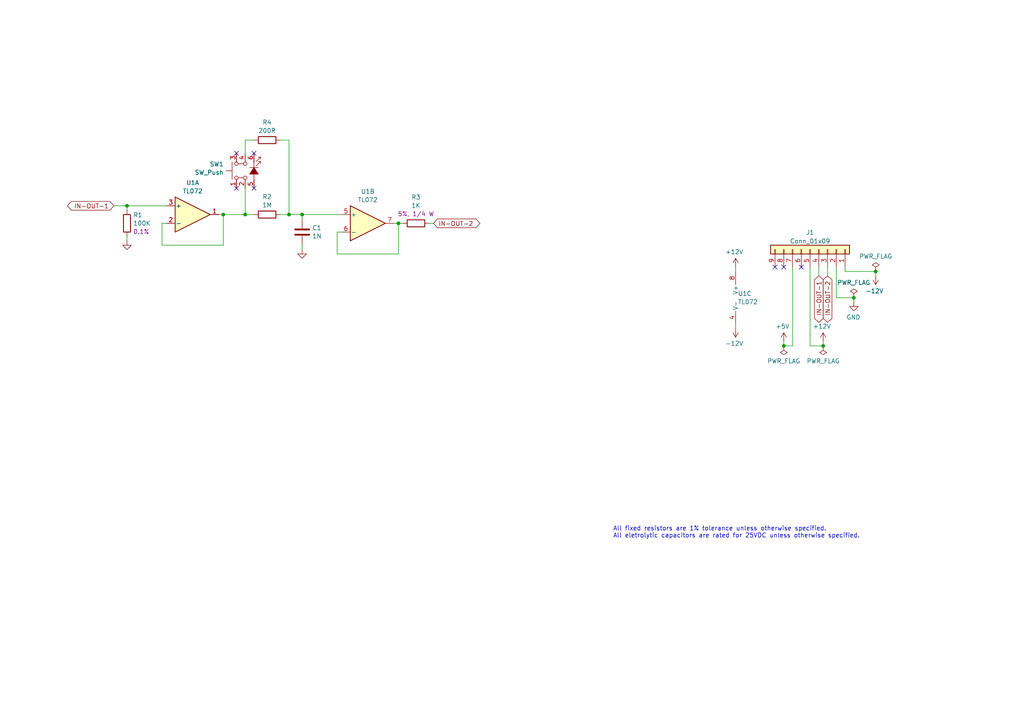
<source format=kicad_sch>
(kicad_sch (version 20230121) (generator eeschema)

  (uuid a1a9a0d8-c6de-418f-9a57-bf7f74b6d401)

  (paper "A4")

  (title_block
    (title "Vactrol Switch Prototype")
    (date "2021-10-06")
    (rev "1.0")
    (company "Len Popp")
    (comment 1 "Copyright © 2023 Len Popp CC BY")
    (comment 2 "Circuit design for my custom Eurorack breadboard prototyping module")
  )

  (lib_symbols
    (symbol "-lmp-opamp:TL072" (pin_names (offset 0.127)) (in_bom yes) (on_board yes)
      (property "Reference" "U" (at 0 5.08 0)
        (effects (font (size 1.27 1.27)) (justify left))
      )
      (property "Value" "TL072" (at 0 -5.08 0)
        (effects (font (size 1.27 1.27)) (justify left))
      )
      (property "Footprint" "Package_DIP:DIP-8_W7.62mm" (at 0 0 0)
        (effects (font (size 1.27 1.27)) hide)
      )
      (property "Datasheet" "https://www.ti.com/lit/ds/symlink/tl072b.pdf?ts=1628812694194" (at 0 0 0)
        (effects (font (size 1.27 1.27)) hide)
      )
      (property "Manufacturer" "Texas Instruments" (at 0 0 0)
        (effects (font (size 1.27 1.27)) hide)
      )
      (property "ManufacturerPartNum" "TL072BCP" (at 0 0 0)
        (effects (font (size 1.27 1.27)) hide)
      )
      (property "Distributor" "Mouser" (at 0 0 0)
        (effects (font (size 1.27 1.27)) hide)
      )
      (property "DistributorPartNum" "595-TL072BCP" (at 0 0 0)
        (effects (font (size 1.27 1.27)) hide)
      )
      (property "DistributorPartLink" "https://www.mouser.ca/ProductDetail/Texas-Instruments/TL072BCP?qs=p6YqzpSxLIxmo8AyZLsP4g%3D%3D" (at 0 0 0)
        (effects (font (size 1.27 1.27)) hide)
      )
      (property "ki_locked" "" (at 0 0 0)
        (effects (font (size 1.27 1.27)))
      )
      (property "ki_keywords" "dual opamp" (at 0 0 0)
        (effects (font (size 1.27 1.27)) hide)
      )
      (property "ki_description" "Dual Low-Noise JFET-Input Operational Amplifiers, DIP-8/SOIC-8" (at 0 0 0)
        (effects (font (size 1.27 1.27)) hide)
      )
      (property "ki_fp_filters" "SOIC*3.9x4.9mm*P1.27mm* DIP*W7.62mm* TO*99* OnSemi*Micro8* TSSOP*3x3mm*P0.65mm* TSSOP*4.4x3mm*P0.65mm* MSOP*3x3mm*P0.65mm* SSOP*3.9x4.9mm*P0.635mm* LFCSP*2x2mm*P0.5mm* *SIP* SOIC*5.3x6.2mm*P1.27mm*" (at 0 0 0)
        (effects (font (size 1.27 1.27)) hide)
      )
      (symbol "TL072_1_1"
        (polyline
          (pts
            (xy -5.08 5.08)
            (xy 5.08 0)
            (xy -5.08 -5.08)
            (xy -5.08 5.08)
          )
          (stroke (width 0.254) (type default))
          (fill (type background))
        )
        (pin output line (at 7.62 0 180) (length 2.54)
          (name "~" (effects (font (size 1.27 1.27))))
          (number "1" (effects (font (size 1.27 1.27))))
        )
        (pin input line (at -7.62 -2.54 0) (length 2.54)
          (name "-" (effects (font (size 1.27 1.27))))
          (number "2" (effects (font (size 1.27 1.27))))
        )
        (pin input line (at -7.62 2.54 0) (length 2.54)
          (name "+" (effects (font (size 1.27 1.27))))
          (number "3" (effects (font (size 1.27 1.27))))
        )
      )
      (symbol "TL072_2_1"
        (polyline
          (pts
            (xy -5.08 5.08)
            (xy 5.08 0)
            (xy -5.08 -5.08)
            (xy -5.08 5.08)
          )
          (stroke (width 0.254) (type default))
          (fill (type background))
        )
        (pin input line (at -7.62 2.54 0) (length 2.54)
          (name "+" (effects (font (size 1.27 1.27))))
          (number "5" (effects (font (size 1.27 1.27))))
        )
        (pin input line (at -7.62 -2.54 0) (length 2.54)
          (name "-" (effects (font (size 1.27 1.27))))
          (number "6" (effects (font (size 1.27 1.27))))
        )
        (pin output line (at 7.62 0 180) (length 2.54)
          (name "~" (effects (font (size 1.27 1.27))))
          (number "7" (effects (font (size 1.27 1.27))))
        )
      )
      (symbol "TL072_3_1"
        (pin power_in line (at -2.54 -7.62 90) (length 3.81)
          (name "V-" (effects (font (size 1.27 1.27))))
          (number "4" (effects (font (size 1.27 1.27))))
        )
        (pin power_in line (at -2.54 7.62 270) (length 3.81)
          (name "V+" (effects (font (size 1.27 1.27))))
          (number "8" (effects (font (size 1.27 1.27))))
        )
      )
    )
    (symbol "-lmp-power:+12V" (power) (pin_names (offset 0)) (in_bom yes) (on_board yes)
      (property "Reference" "#PWR" (at 0 -3.81 0)
        (effects (font (size 1.27 1.27)) hide)
      )
      (property "Value" "+12V" (at 0 3.556 0)
        (effects (font (size 1.27 1.27)))
      )
      (property "Footprint" "" (at 0 0 0)
        (effects (font (size 1.27 1.27)) hide)
      )
      (property "Datasheet" "" (at 0 0 0)
        (effects (font (size 1.27 1.27)) hide)
      )
      (property "ki_keywords" "power-flag" (at 0 0 0)
        (effects (font (size 1.27 1.27)) hide)
      )
      (property "ki_description" "Power symbol creates a global label with name \"+12V\"" (at 0 0 0)
        (effects (font (size 1.27 1.27)) hide)
      )
      (symbol "+12V_0_1"
        (polyline
          (pts
            (xy -0.762 1.27)
            (xy 0 2.54)
          )
          (stroke (width 0) (type default))
          (fill (type none))
        )
        (polyline
          (pts
            (xy 0 0)
            (xy 0 2.54)
          )
          (stroke (width 0) (type default))
          (fill (type none))
        )
        (polyline
          (pts
            (xy 0 2.54)
            (xy 0.762 1.27)
          )
          (stroke (width 0) (type default))
          (fill (type none))
        )
      )
      (symbol "+12V_1_1"
        (pin power_in line (at 0 0 90) (length 0) hide
          (name "+12V" (effects (font (size 1.27 1.27))))
          (number "1" (effects (font (size 1.27 1.27))))
        )
      )
    )
    (symbol "-lmp-power:+5V" (power) (pin_names (offset 0)) (in_bom yes) (on_board yes)
      (property "Reference" "#PWR" (at 0 -3.81 0)
        (effects (font (size 1.27 1.27)) hide)
      )
      (property "Value" "+5V" (at 0 3.556 0)
        (effects (font (size 1.27 1.27)))
      )
      (property "Footprint" "" (at 0 0 0)
        (effects (font (size 1.27 1.27)) hide)
      )
      (property "Datasheet" "" (at 0 0 0)
        (effects (font (size 1.27 1.27)) hide)
      )
      (property "ki_keywords" "power-flag" (at 0 0 0)
        (effects (font (size 1.27 1.27)) hide)
      )
      (property "ki_description" "Power symbol creates a global label with name \"+5V\"" (at 0 0 0)
        (effects (font (size 1.27 1.27)) hide)
      )
      (symbol "+5V_0_1"
        (polyline
          (pts
            (xy -0.762 1.27)
            (xy 0 2.54)
          )
          (stroke (width 0) (type default))
          (fill (type none))
        )
        (polyline
          (pts
            (xy 0 0)
            (xy 0 2.54)
          )
          (stroke (width 0) (type default))
          (fill (type none))
        )
        (polyline
          (pts
            (xy 0 2.54)
            (xy 0.762 1.27)
          )
          (stroke (width 0) (type default))
          (fill (type none))
        )
      )
      (symbol "+5V_1_1"
        (pin power_in line (at 0 0 90) (length 0) hide
          (name "+5V" (effects (font (size 1.27 1.27))))
          (number "1" (effects (font (size 1.27 1.27))))
        )
      )
    )
    (symbol "-lmp-power:-12V" (power) (pin_names (offset 0)) (in_bom yes) (on_board yes)
      (property "Reference" "#PWR" (at 0 3.81 0)
        (effects (font (size 1.27 1.27)) hide)
      )
      (property "Value" "-12V" (at 0 -3.556 0)
        (effects (font (size 1.27 1.27)))
      )
      (property "Footprint" "" (at 0 0 0)
        (effects (font (size 1.27 1.27)) hide)
      )
      (property "Datasheet" "" (at 0 0 0)
        (effects (font (size 1.27 1.27)) hide)
      )
      (property "ki_keywords" "power-flag" (at 0 0 0)
        (effects (font (size 1.27 1.27)) hide)
      )
      (property "ki_description" "Power symbol creates a global label with name \"-12V\"" (at 0 0 0)
        (effects (font (size 1.27 1.27)) hide)
      )
      (symbol "-12V_0_1"
        (polyline
          (pts
            (xy -0.762 -1.27)
            (xy 0 -2.54)
          )
          (stroke (width 0) (type default))
          (fill (type none))
        )
        (polyline
          (pts
            (xy 0 -2.54)
            (xy 0.762 -1.27)
          )
          (stroke (width 0) (type default))
          (fill (type none))
        )
        (polyline
          (pts
            (xy 0 0)
            (xy 0 -2.54)
          )
          (stroke (width 0) (type default))
          (fill (type none))
        )
      )
      (symbol "-12V_1_1"
        (pin power_in line (at 0 0 270) (length 0) hide
          (name "-12V" (effects (font (size 1.27 1.27))))
          (number "1" (effects (font (size 1.27 1.27))))
        )
      )
    )
    (symbol "-lmp-power:GND" (power) (pin_names (offset 0)) (in_bom yes) (on_board yes)
      (property "Reference" "#PWR" (at 0 -6.35 0)
        (effects (font (size 1.27 1.27)) hide)
      )
      (property "Value" "GND" (at 0 -3.81 0)
        (effects (font (size 1.27 1.27)))
      )
      (property "Footprint" "" (at 0 0 0)
        (effects (font (size 1.27 1.27)) hide)
      )
      (property "Datasheet" "" (at 0 0 0)
        (effects (font (size 1.27 1.27)) hide)
      )
      (property "ki_keywords" "power-flag" (at 0 0 0)
        (effects (font (size 1.27 1.27)) hide)
      )
      (property "ki_description" "Power symbol creates a global label with name \"GND\" , ground" (at 0 0 0)
        (effects (font (size 1.27 1.27)) hide)
      )
      (symbol "GND_0_1"
        (polyline
          (pts
            (xy 0 0)
            (xy 0 -1.27)
            (xy 1.27 -1.27)
            (xy 0 -2.54)
            (xy -1.27 -1.27)
            (xy 0 -1.27)
          )
          (stroke (width 0) (type default))
          (fill (type none))
        )
      )
      (symbol "GND_1_1"
        (pin power_in line (at 0 0 270) (length 0) hide
          (name "GND" (effects (font (size 1.27 1.27))))
          (number "1" (effects (font (size 1.27 1.27))))
        )
      )
    )
    (symbol "-lmp-power:PWR_FLAG" (power) (pin_numbers hide) (pin_names (offset 0) hide) (in_bom yes) (on_board yes)
      (property "Reference" "#FLG" (at 0 1.905 0)
        (effects (font (size 1.27 1.27)) hide)
      )
      (property "Value" "PWR_FLAG" (at 0 3.81 0)
        (effects (font (size 1.27 1.27)))
      )
      (property "Footprint" "" (at 0 0 0)
        (effects (font (size 1.27 1.27)) hide)
      )
      (property "Datasheet" "~" (at 0 0 0)
        (effects (font (size 1.27 1.27)) hide)
      )
      (property "ki_keywords" "power-flag" (at 0 0 0)
        (effects (font (size 1.27 1.27)) hide)
      )
      (property "ki_description" "Special symbol for telling ERC where power comes from" (at 0 0 0)
        (effects (font (size 1.27 1.27)) hide)
      )
      (symbol "PWR_FLAG_0_0"
        (pin power_out line (at 0 0 90) (length 0)
          (name "pwr" (effects (font (size 1.27 1.27))))
          (number "1" (effects (font (size 1.27 1.27))))
        )
      )
      (symbol "PWR_FLAG_0_1"
        (polyline
          (pts
            (xy 0 0)
            (xy 0 1.27)
            (xy -1.016 1.905)
            (xy 0 2.54)
            (xy 1.016 1.905)
            (xy 0 1.27)
          )
          (stroke (width 0) (type default))
          (fill (type none))
        )
      )
    )
    (symbol "-lmp-synth:R_100K_Input" (pin_numbers hide) (pin_names (offset 0)) (in_bom yes) (on_board yes)
      (property "Reference" "R" (at -2.286 0 90)
        (effects (font (size 1.27 1.27)))
      )
      (property "Value" "R_100K_Input" (at 2.413 0 90)
        (effects (font (size 1.27 1.27)))
      )
      (property "Footprint" "-lmp-misc:R_Axial_DIN0207_L6.3mm_D2.5mm_P7.62mm_Horizontal" (at -1.778 0 90)
        (effects (font (size 1.27 1.27)) hide)
      )
      (property "Datasheet" "https://www.mouser.ca/datasheet/2/427/cmfmil-1762972.pdf" (at 0 0 0)
        (effects (font (size 1.27 1.27)) hide)
      )
      (property "Value2" "0.1%" (at 4.445 0 90)
        (effects (font (size 1.27 1.27)))
      )
      (property "Note" "Input mixing" (at -1.905 -1.905 90)
        (effects (font (size 1.27 1.27)) hide)
      )
      (property "Distributor" "Mouser" (at -1.905 0 90)
        (effects (font (size 1.27 1.27)) hide)
      )
      (property "Manufacturer" "Vishay / Dale" (at 0 0 0)
        (effects (font (size 1.27 1.27)) hide)
      )
      (property "ManufacturerPartNum" "RN55C1003BRE6" (at 0 0 0)
        (effects (font (size 1.27 1.27)) hide)
      )
      (property "DistributorPartNum" "71-RN55C-B-100K/R" (at 0 0 0)
        (effects (font (size 1.27 1.27)) hide)
      )
      (property "DistributorPartLink" "https://www.mouser.ca/ProductDetail/Vishay-Dale/RN55C1003BRE6?qs=sGAEpiMZZMsPqMdJzcrNws7FjRh4yjnCEY%2FA9CHAEes%3D" (at 0 0 0)
        (effects (font (size 1.27 1.27)) hide)
      )
      (property "ki_keywords" "R res resistor" (at 0 0 0)
        (effects (font (size 1.27 1.27)) hide)
      )
      (property "ki_description" "Resistor" (at 0 0 0)
        (effects (font (size 1.27 1.27)) hide)
      )
      (property "ki_fp_filters" "R_*" (at 0 0 0)
        (effects (font (size 1.27 1.27)) hide)
      )
      (symbol "R_100K_Input_0_1"
        (rectangle (start -1.016 -2.54) (end 1.016 2.54)
          (stroke (width 0.254) (type default))
          (fill (type none))
        )
      )
      (symbol "R_100K_Input_1_1"
        (pin passive line (at 0 3.81 270) (length 1.27)
          (name "~" (effects (font (size 1.27 1.27))))
          (number "1" (effects (font (size 1.27 1.27))))
        )
        (pin passive line (at 0 -3.81 90) (length 1.27)
          (name "~" (effects (font (size 1.27 1.27))))
          (number "2" (effects (font (size 1.27 1.27))))
        )
      )
    )
    (symbol "-lmp-synth:R_1K_Output" (pin_numbers hide) (pin_names (offset 0)) (in_bom yes) (on_board yes)
      (property "Reference" "R" (at -2.286 0 90)
        (effects (font (size 1.27 1.27)))
      )
      (property "Value" "R_1K_Output" (at 2.413 0 90)
        (effects (font (size 1.27 1.27)))
      )
      (property "Footprint" "-lmp-misc:R_Axial_DIN0207_L6.3mm_D2.5mm_P10.16mm_Horizontal" (at -1.778 0 90)
        (effects (font (size 1.27 1.27)) hide)
      )
      (property "Datasheet" "https://www.mouser.ca/datasheet/2/427/ccf07-1762725.pdf" (at 0 0 0)
        (effects (font (size 1.27 1.27)) hide)
      )
      (property "Value2" "5%, 1/4 W" (at 4.445 0 90)
        (effects (font (size 1.27 1.27)))
      )
      (property "Note" "Output limiting" (at -1.905 -1.905 90)
        (effects (font (size 1.27 1.27)) hide)
      )
      (property "Manufacturer" "Vishay / Dale" (at 0 0 0)
        (effects (font (size 1.27 1.27)) hide)
      )
      (property "ManufacturerPartNum" "CCF071K00JKE36" (at 0 0 0)
        (effects (font (size 1.27 1.27)) hide)
      )
      (property "Distributor" "Mouser" (at -1.905 0 90)
        (effects (font (size 1.27 1.27)) hide)
      )
      (property "DistributorPartNum" "71-CCF071K00JKE36" (at 0 0 0)
        (effects (font (size 1.27 1.27)) hide)
      )
      (property "DistributorPartLink" "https://www.mouser.ca/ProductDetail/Vishay-Dale/CCF071K00JKE36?qs=sGAEpiMZZMsPqMdJzcrNwqw41JD0NFylHV1MADcQnpo%3D" (at 0 0 0)
        (effects (font (size 1.27 1.27)) hide)
      )
      (property "ki_keywords" "R res resistor" (at 0 0 0)
        (effects (font (size 1.27 1.27)) hide)
      )
      (property "ki_description" "Resistor" (at 0 0 0)
        (effects (font (size 1.27 1.27)) hide)
      )
      (property "ki_fp_filters" "R_*" (at 0 0 0)
        (effects (font (size 1.27 1.27)) hide)
      )
      (symbol "R_1K_Output_0_1"
        (rectangle (start -1.016 -2.54) (end 1.016 2.54)
          (stroke (width 0.254) (type default))
          (fill (type none))
        )
      )
      (symbol "R_1K_Output_1_1"
        (pin passive line (at 0 3.81 270) (length 1.27)
          (name "~" (effects (font (size 1.27 1.27))))
          (number "1" (effects (font (size 1.27 1.27))))
        )
        (pin passive line (at 0 -3.81 90) (length 1.27)
          (name "~" (effects (font (size 1.27 1.27))))
          (number "2" (effects (font (size 1.27 1.27))))
        )
      )
    )
    (symbol "-lmp-synth:SW_Push_LED_C&K_D6R" (pin_names (offset 1.016) hide) (in_bom yes) (on_board yes)
      (property "Reference" "SW" (at 0.635 5.715 0)
        (effects (font (size 1.27 1.27)) (justify left))
      )
      (property "Value" "SW_Push_LED_C&K_D6R" (at -0.0508 -5.9182 0)
        (effects (font (size 1.27 1.27)))
      )
      (property "Footprint" "-lmp-synth:SW_Push_LED_C&K_D6R" (at 0 7.62 0)
        (effects (font (size 1.27 1.27)) hide)
      )
      (property "Datasheet" "https://www.mouser.ca/datasheet/2/60/d6-1382571.pdf" (at 0 7.62 0)
        (effects (font (size 1.27 1.27)) hide)
      )
      (property "Manufacturer" "C&K" (at 0 0 0)
        (effects (font (size 1.27 1.27)) hide)
      )
      (property "ManufacturerPartNum" "D6RLBUF1 LFS" (at 0 0 0)
        (effects (font (size 1.27 1.27)) hide)
      )
      (property "Distributor" "Mouser" (at 0 0 0)
        (effects (font (size 1.27 1.27)) hide)
      )
      (property "DistributorPartNum" "611-D6RLBUF1LFS" (at 0 0 0)
        (effects (font (size 1.27 1.27)) hide)
      )
      (property "DistributorPartLink" "https://www.mouser.co.uk/ProductDetail/CK/D6RLBUF1-LFS?qs=zW32dvEIR3uFcmnP%2FjXwsQ%3D%3D" (at 0 0 0)
        (effects (font (size 1.27 1.27)) hide)
      )
      (property "ki_keywords" "switch normally-open pushbutton push-button LED C&K D6R" (at 0 0 0)
        (effects (font (size 1.27 1.27)) hide)
      )
      (property "ki_description" "Push button switch with single LED, C&K D6R series" (at 0 0 0)
        (effects (font (size 1.27 1.27)) hide)
      )
      (symbol "SW_Push_LED_C&K_D6R_0_0"
        (polyline
          (pts
            (xy -2.54 -2.54)
            (xy 2.54 -2.54)
          )
          (stroke (width 0) (type default))
          (fill (type none))
        )
        (polyline
          (pts
            (xy 0.9398 -1.27)
            (xy 0.9398 -3.81)
          )
          (stroke (width 0) (type default))
          (fill (type none))
        )
        (polyline
          (pts
            (xy 2.6924 -4.445)
            (xy 1.4224 -3.175)
          )
          (stroke (width 0) (type default))
          (fill (type none))
        )
        (polyline
          (pts
            (xy 3.9624 -4.445)
            (xy 2.6924 -3.175)
          )
          (stroke (width 0) (type default))
          (fill (type none))
        )
        (polyline
          (pts
            (xy 2.6924 -3.81)
            (xy 2.6924 -4.445)
            (xy 2.0574 -4.445)
          )
          (stroke (width 0) (type default))
          (fill (type none))
        )
        (polyline
          (pts
            (xy 3.9624 -3.81)
            (xy 3.9624 -4.445)
            (xy 3.3274 -4.445)
          )
          (stroke (width 0) (type default))
          (fill (type none))
        )
        (polyline
          (pts
            (xy 0.9398 -2.54)
            (xy -0.9652 -1.27)
            (xy -0.9652 -3.81)
            (xy 0.9398 -2.54)
          )
          (stroke (width 0) (type default))
          (fill (type outline))
        )
      )
      (symbol "SW_Push_LED_C&K_D6R_0_1"
        (circle (center -2.032 2.54) (radius 0.508)
          (stroke (width 0) (type default))
          (fill (type none))
        )
        (polyline
          (pts
            (xy -2.032 2.032)
            (xy -2.032 0.508)
          )
          (stroke (width 0) (type default))
          (fill (type none))
        )
        (polyline
          (pts
            (xy 0 3.81)
            (xy 0 5.588)
          )
          (stroke (width 0) (type default))
          (fill (type none))
        )
        (polyline
          (pts
            (xy 2.032 2.032)
            (xy 2.032 0.508)
          )
          (stroke (width 0) (type default))
          (fill (type none))
        )
        (polyline
          (pts
            (xy 2.54 3.81)
            (xy -2.54 3.81)
          )
          (stroke (width 0) (type default))
          (fill (type none))
        )
        (circle (center 2.032 2.54) (radius 0.508)
          (stroke (width 0) (type default))
          (fill (type none))
        )
        (pin passive line (at -5.08 2.54 0) (length 2.54)
          (name "1" (effects (font (size 1.27 1.27))))
          (number "1" (effects (font (size 1.27 1.27))))
        )
        (pin passive line (at 5.08 2.54 180) (length 2.54)
          (name "3" (effects (font (size 1.27 1.27))))
          (number "3" (effects (font (size 1.27 1.27))))
        )
        (pin passive line (at -5.08 -2.54 0) (length 2.54)
          (name "A" (effects (font (size 1.27 1.27))))
          (number "5" (effects (font (size 1.27 1.27))))
        )
        (pin passive line (at 5.08 -2.54 180) (length 2.54)
          (name "K" (effects (font (size 1.27 1.27))))
          (number "6" (effects (font (size 1.27 1.27))))
        )
      )
      (symbol "SW_Push_LED_C&K_D6R_1_1"
        (circle (center -2.032 0) (radius 0.508)
          (stroke (width 0) (type default))
          (fill (type none))
        )
        (circle (center 2.032 0) (radius 0.508)
          (stroke (width 0) (type default))
          (fill (type none))
        )
        (pin passive line (at -5.08 0 0) (length 2.54)
          (name "2" (effects (font (size 1.27 1.27))))
          (number "2" (effects (font (size 1.27 1.27))))
        )
        (pin passive line (at 5.08 0 180) (length 2.54)
          (name "4" (effects (font (size 1.27 1.27))))
          (number "4" (effects (font (size 1.27 1.27))))
        )
      )
    )
    (symbol "-lmp:CF" (pin_numbers hide) (pin_names (offset 0.254)) (in_bom yes) (on_board yes)
      (property "Reference" "C" (at 0.635 2.54 0)
        (effects (font (size 1.27 1.27)) (justify left))
      )
      (property "Value" "CF" (at 0.635 -2.54 0)
        (effects (font (size 1.27 1.27)) (justify left))
      )
      (property "Footprint" "" (at 0.9652 -3.81 0)
        (effects (font (size 1.27 1.27)) hide)
      )
      (property "Datasheet" "~" (at 0 0 0)
        (effects (font (size 1.27 1.27)) hide)
      )
      (property "ki_keywords" "cap capacitor film" (at 0 0 0)
        (effects (font (size 1.27 1.27)) hide)
      )
      (property "ki_description" "Capacitor - Film" (at 0 0 0)
        (effects (font (size 1.27 1.27)) hide)
      )
      (property "ki_fp_filters" "C_*" (at 0 0 0)
        (effects (font (size 1.27 1.27)) hide)
      )
      (symbol "CF_0_1"
        (polyline
          (pts
            (xy -2.032 -0.762)
            (xy 2.032 -0.762)
          )
          (stroke (width 0.508) (type default))
          (fill (type none))
        )
        (polyline
          (pts
            (xy -2.032 0.762)
            (xy 2.032 0.762)
          )
          (stroke (width 0.508) (type default))
          (fill (type none))
        )
      )
      (symbol "CF_1_1"
        (pin passive line (at 0 3.81 270) (length 2.794)
          (name "~" (effects (font (size 1.27 1.27))))
          (number "1" (effects (font (size 1.27 1.27))))
        )
        (pin passive line (at 0 -3.81 90) (length 2.794)
          (name "~" (effects (font (size 1.27 1.27))))
          (number "2" (effects (font (size 1.27 1.27))))
        )
      )
    )
    (symbol "-lmp:R_1%_0W166" (pin_numbers hide) (pin_names (offset 0)) (in_bom yes) (on_board yes)
      (property "Reference" "R" (at -2.286 0 90)
        (effects (font (size 1.27 1.27)))
      )
      (property "Value" "R_1%_0W166" (at 2.413 0 90)
        (effects (font (size 1.27 1.27)))
      )
      (property "Footprint" "-lmp-misc:R_Axial_DIN0207_L6.3mm_D2.5mm_P7.62mm_Horizontal" (at -1.778 0 90)
        (effects (font (size 1.27 1.27)) hide)
      )
      (property "Datasheet" "https://www.mouser.ca/datasheet/2/447/Yageo_LR_MFR_1-1714151.pdf" (at 0 0 0)
        (effects (font (size 1.27 1.27)) hide)
      )
      (property "Manufacturer" "YAGEO" (at 0 0 0)
        (effects (font (size 1.27 1.27)) hide)
      )
      (property "ManufacturerPartNum" "MFR-12*" (at 0 0 0)
        (effects (font (size 1.27 1.27)) hide)
      )
      (property "Distributor" "Mouser" (at 0 0 0)
        (effects (font (size 1.27 1.27)) hide)
      )
      (property "DistributorPartNum" "603-MFR-12*" (at 0 0 0)
        (effects (font (size 1.27 1.27)) hide)
      )
      (property "DistributorPartLink" "https://www.mouser.ca/c/?m=YAGEO&power+rating=166+mW+(1%2f6+W)&tolerance=1+%25&instock=y" (at 0 0 0)
        (effects (font (size 1.27 1.27)) hide)
      )
      (property "Value2" "1%, 1/6 W" (at 4.953 0 90)
        (effects (font (size 1.27 1.27)) hide)
      )
      (property "ki_keywords" "R res resistor" (at 0 0 0)
        (effects (font (size 1.27 1.27)) hide)
      )
      (property "ki_description" "Resistor" (at 0 0 0)
        (effects (font (size 1.27 1.27)) hide)
      )
      (property "ki_fp_filters" "R_*" (at 0 0 0)
        (effects (font (size 1.27 1.27)) hide)
      )
      (symbol "R_1%_0W166_0_1"
        (rectangle (start -1.016 -2.54) (end 1.016 2.54)
          (stroke (width 0.254) (type default))
          (fill (type none))
        )
      )
      (symbol "R_1%_0W166_1_1"
        (pin passive line (at 0 3.81 270) (length 1.27)
          (name "~" (effects (font (size 1.27 1.27))))
          (number "1" (effects (font (size 1.27 1.27))))
        )
        (pin passive line (at 0 -3.81 90) (length 1.27)
          (name "~" (effects (font (size 1.27 1.27))))
          (number "2" (effects (font (size 1.27 1.27))))
        )
      )
    )
    (symbol "Connector_Generic:Conn_01x09" (pin_names (offset 1.016) hide) (in_bom yes) (on_board yes)
      (property "Reference" "J" (at 0 12.7 0)
        (effects (font (size 1.27 1.27)))
      )
      (property "Value" "Conn_01x09" (at 0 -12.7 0)
        (effects (font (size 1.27 1.27)))
      )
      (property "Footprint" "" (at 0 0 0)
        (effects (font (size 1.27 1.27)) hide)
      )
      (property "Datasheet" "~" (at 0 0 0)
        (effects (font (size 1.27 1.27)) hide)
      )
      (property "ki_keywords" "connector" (at 0 0 0)
        (effects (font (size 1.27 1.27)) hide)
      )
      (property "ki_description" "Generic connector, single row, 01x09, script generated (kicad-library-utils/schlib/autogen/connector/)" (at 0 0 0)
        (effects (font (size 1.27 1.27)) hide)
      )
      (property "ki_fp_filters" "Connector*:*_1x??_*" (at 0 0 0)
        (effects (font (size 1.27 1.27)) hide)
      )
      (symbol "Conn_01x09_1_1"
        (rectangle (start -1.27 -10.033) (end 0 -10.287)
          (stroke (width 0.1524) (type default))
          (fill (type none))
        )
        (rectangle (start -1.27 -7.493) (end 0 -7.747)
          (stroke (width 0.1524) (type default))
          (fill (type none))
        )
        (rectangle (start -1.27 -4.953) (end 0 -5.207)
          (stroke (width 0.1524) (type default))
          (fill (type none))
        )
        (rectangle (start -1.27 -2.413) (end 0 -2.667)
          (stroke (width 0.1524) (type default))
          (fill (type none))
        )
        (rectangle (start -1.27 0.127) (end 0 -0.127)
          (stroke (width 0.1524) (type default))
          (fill (type none))
        )
        (rectangle (start -1.27 2.667) (end 0 2.413)
          (stroke (width 0.1524) (type default))
          (fill (type none))
        )
        (rectangle (start -1.27 5.207) (end 0 4.953)
          (stroke (width 0.1524) (type default))
          (fill (type none))
        )
        (rectangle (start -1.27 7.747) (end 0 7.493)
          (stroke (width 0.1524) (type default))
          (fill (type none))
        )
        (rectangle (start -1.27 10.287) (end 0 10.033)
          (stroke (width 0.1524) (type default))
          (fill (type none))
        )
        (rectangle (start -1.27 11.43) (end 1.27 -11.43)
          (stroke (width 0.254) (type default))
          (fill (type background))
        )
        (pin passive line (at -5.08 10.16 0) (length 3.81)
          (name "Pin_1" (effects (font (size 1.27 1.27))))
          (number "1" (effects (font (size 1.27 1.27))))
        )
        (pin passive line (at -5.08 7.62 0) (length 3.81)
          (name "Pin_2" (effects (font (size 1.27 1.27))))
          (number "2" (effects (font (size 1.27 1.27))))
        )
        (pin passive line (at -5.08 5.08 0) (length 3.81)
          (name "Pin_3" (effects (font (size 1.27 1.27))))
          (number "3" (effects (font (size 1.27 1.27))))
        )
        (pin passive line (at -5.08 2.54 0) (length 3.81)
          (name "Pin_4" (effects (font (size 1.27 1.27))))
          (number "4" (effects (font (size 1.27 1.27))))
        )
        (pin passive line (at -5.08 0 0) (length 3.81)
          (name "Pin_5" (effects (font (size 1.27 1.27))))
          (number "5" (effects (font (size 1.27 1.27))))
        )
        (pin passive line (at -5.08 -2.54 0) (length 3.81)
          (name "Pin_6" (effects (font (size 1.27 1.27))))
          (number "6" (effects (font (size 1.27 1.27))))
        )
        (pin passive line (at -5.08 -5.08 0) (length 3.81)
          (name "Pin_7" (effects (font (size 1.27 1.27))))
          (number "7" (effects (font (size 1.27 1.27))))
        )
        (pin passive line (at -5.08 -7.62 0) (length 3.81)
          (name "Pin_8" (effects (font (size 1.27 1.27))))
          (number "8" (effects (font (size 1.27 1.27))))
        )
        (pin passive line (at -5.08 -10.16 0) (length 3.81)
          (name "Pin_9" (effects (font (size 1.27 1.27))))
          (number "9" (effects (font (size 1.27 1.27))))
        )
      )
    )
    (symbol "GND_1" (power) (pin_numbers hide) (pin_names (offset 0) hide) (in_bom yes) (on_board yes)
      (property "Reference" "#PWR" (at 0 -6.35 0)
        (effects (font (size 1.27 1.27)) hide)
      )
      (property "Value" "GND_1" (at 0 -3.81 0)
        (effects (font (size 1.27 1.27)) hide)
      )
      (property "Footprint" "" (at 0 0 0)
        (effects (font (size 1.27 1.27)) hide)
      )
      (property "Datasheet" "" (at 0 0 0)
        (effects (font (size 1.27 1.27)) hide)
      )
      (property "ki_keywords" "power-flag" (at 0 0 0)
        (effects (font (size 1.27 1.27)) hide)
      )
      (property "ki_description" "Power symbol creates a global label with name \"GND\" , ground" (at 0 0 0)
        (effects (font (size 1.27 1.27)) hide)
      )
      (symbol "GND_1_0_1"
        (polyline
          (pts
            (xy 0 0)
            (xy 0 -1.27)
            (xy 1.27 -1.27)
            (xy 0 -2.54)
            (xy -1.27 -1.27)
            (xy 0 -1.27)
          )
          (stroke (width 0) (type default))
          (fill (type none))
        )
      )
      (symbol "GND_1_1_1"
        (pin power_in line (at 0 0 270) (length 0) hide
          (name "GND" (effects (font (size 1.27 1.27))))
          (number "1" (effects (font (size 1.27 1.27))))
        )
      )
    )
    (symbol "GND_2" (power) (pin_numbers hide) (pin_names (offset 0) hide) (in_bom yes) (on_board yes)
      (property "Reference" "#PWR" (at 0 -6.35 0)
        (effects (font (size 1.27 1.27)) hide)
      )
      (property "Value" "GND_2" (at 0 -3.81 0)
        (effects (font (size 1.27 1.27)) hide)
      )
      (property "Footprint" "" (at 0 0 0)
        (effects (font (size 1.27 1.27)) hide)
      )
      (property "Datasheet" "" (at 0 0 0)
        (effects (font (size 1.27 1.27)) hide)
      )
      (property "ki_keywords" "power-flag" (at 0 0 0)
        (effects (font (size 1.27 1.27)) hide)
      )
      (property "ki_description" "Power symbol creates a global label with name \"GND\" , ground" (at 0 0 0)
        (effects (font (size 1.27 1.27)) hide)
      )
      (symbol "GND_2_0_1"
        (polyline
          (pts
            (xy 0 0)
            (xy 0 -1.27)
            (xy 1.27 -1.27)
            (xy 0 -2.54)
            (xy -1.27 -1.27)
            (xy 0 -1.27)
          )
          (stroke (width 0) (type default))
          (fill (type none))
        )
      )
      (symbol "GND_2_1_1"
        (pin power_in line (at 0 0 270) (length 0) hide
          (name "GND" (effects (font (size 1.27 1.27))))
          (number "1" (effects (font (size 1.27 1.27))))
        )
      )
    )
  )

  (junction (at 36.83 59.69) (diameter 0) (color 0 0 0 0)
    (uuid 0b661df6-0acc-45fc-858b-355849cf47a4)
  )
  (junction (at 71.12 62.23) (diameter 0) (color 0 0 0 0)
    (uuid 46776e20-0135-46d0-ab60-c1f79b6ee133)
  )
  (junction (at 247.65 86.36) (diameter 0) (color 0 0 0 0)
    (uuid 7ea85228-de9d-46bb-aa3c-34dfb8e54239)
  )
  (junction (at 238.76 100.33) (diameter 0) (color 0 0 0 0)
    (uuid 83c70ce6-e441-4b07-80a6-2f5fb8a6492d)
  )
  (junction (at 64.77 62.23) (diameter 0) (color 0 0 0 0)
    (uuid 99c2b243-5dc7-43c1-b1bc-68c3b7f15f71)
  )
  (junction (at 254 78.74) (diameter 0) (color 0 0 0 0)
    (uuid d1038279-4eb4-4065-836c-dbd8cfc6d4a4)
  )
  (junction (at 115.57 64.77) (diameter 0) (color 0 0 0 0)
    (uuid d62e56b6-b57f-4e3b-a2f7-ccef93fd53c8)
  )
  (junction (at 227.33 100.33) (diameter 0) (color 0 0 0 0)
    (uuid e06225e3-eb34-4222-b283-4c5fa1a14550)
  )
  (junction (at 83.82 62.23) (diameter 0) (color 0 0 0 0)
    (uuid e66dd392-45b8-4616-942a-2faf8daf0c76)
  )
  (junction (at 87.63 62.23) (diameter 0) (color 0 0 0 0)
    (uuid fb1da6dc-bb1d-42e9-979c-4eb2b6eaf085)
  )

  (no_connect (at 68.58 54.61) (uuid 114a45a6-8322-49d3-8206-2ce97e55daa8))
  (no_connect (at 227.33 77.47) (uuid 291469fa-d026-42c6-a73d-271d2641bc98))
  (no_connect (at 224.79 77.47) (uuid 3267d556-a9f2-472a-8a38-ba068ecb225f))
  (no_connect (at 73.66 44.45) (uuid 7ff2f378-f71f-4bde-9bf2-1720bb2edd8e))
  (no_connect (at 68.58 44.45) (uuid 846aa368-e77e-44e6-9191-970cae848b79))
  (no_connect (at 232.41 77.47) (uuid 90a74f5e-7380-4ff0-bb5e-d9d5841f174b))
  (no_connect (at 73.66 54.61) (uuid af4e2779-3ab2-4ec2-a37e-5a1686bf158b))

  (wire (pts (xy 237.49 77.47) (xy 237.49 80.01))
    (stroke (width 0) (type default))
    (uuid 15f06c58-f54a-4e99-8411-3b02ee2b6d87)
  )
  (wire (pts (xy 227.33 100.33) (xy 229.87 100.33))
    (stroke (width 0) (type default))
    (uuid 16a7e0a2-3e0c-4e8d-a95d-0aa2745b5fd4)
  )
  (wire (pts (xy 245.11 78.74) (xy 254 78.74))
    (stroke (width 0) (type default))
    (uuid 1b59498e-fed4-40a3-97df-2886f1711aad)
  )
  (wire (pts (xy 254 78.74) (xy 254 80.01))
    (stroke (width 0) (type default))
    (uuid 205abb1a-e53d-43ca-8aa5-51b63e522399)
  )
  (wire (pts (xy 33.02 59.69) (xy 36.83 59.69))
    (stroke (width 0) (type default))
    (uuid 232f3d91-bdb8-4981-a7f9-c772c6552f8b)
  )
  (wire (pts (xy 36.83 60.96) (xy 36.83 59.69))
    (stroke (width 0) (type default))
    (uuid 26a826a4-eb64-4474-a127-c87f83d01ec2)
  )
  (wire (pts (xy 64.77 71.12) (xy 46.99 71.12))
    (stroke (width 0) (type default))
    (uuid 2b93d668-78b6-4271-9057-4403391bfb43)
  )
  (wire (pts (xy 115.57 64.77) (xy 116.84 64.77))
    (stroke (width 0) (type default))
    (uuid 2faec352-0c02-443f-9f80-a15f8832d98f)
  )
  (wire (pts (xy 227.33 99.06) (xy 227.33 100.33))
    (stroke (width 0) (type default))
    (uuid 429879b2-b02e-428e-aa75-e3e41021046f)
  )
  (wire (pts (xy 71.12 62.23) (xy 73.66 62.23))
    (stroke (width 0) (type default))
    (uuid 430f885a-963e-4190-b0fc-9e9ab2a8c02d)
  )
  (wire (pts (xy 229.87 100.33) (xy 229.87 77.47))
    (stroke (width 0) (type default))
    (uuid 529203ba-fbff-4f97-b041-152e441619f5)
  )
  (wire (pts (xy 234.95 100.33) (xy 238.76 100.33))
    (stroke (width 0) (type default))
    (uuid 554b8be7-1943-45a4-a457-6b2d60ac1024)
  )
  (wire (pts (xy 87.63 62.23) (xy 87.63 63.5))
    (stroke (width 0) (type default))
    (uuid 57ad9b79-e827-43cd-82a1-ee48af563106)
  )
  (wire (pts (xy 240.03 80.01) (xy 240.03 77.47))
    (stroke (width 0) (type default))
    (uuid 57d975d4-6607-4de8-909d-121b06b236cd)
  )
  (wire (pts (xy 36.83 69.85) (xy 36.83 68.58))
    (stroke (width 0) (type default))
    (uuid 62e3eb64-b8b7-4a32-9ecc-6b0554654307)
  )
  (wire (pts (xy 83.82 62.23) (xy 87.63 62.23))
    (stroke (width 0) (type default))
    (uuid 682f0f3d-ba88-429e-a4cd-1c0ddba9650a)
  )
  (wire (pts (xy 245.11 78.74) (xy 245.11 77.47))
    (stroke (width 0) (type default))
    (uuid 6c027193-51a5-47ee-909d-a5cb24c49931)
  )
  (wire (pts (xy 87.63 62.23) (xy 99.06 62.23))
    (stroke (width 0) (type default))
    (uuid 76460753-000c-4de9-a915-9fb23736ad68)
  )
  (wire (pts (xy 247.65 86.36) (xy 242.57 86.36))
    (stroke (width 0) (type default))
    (uuid 78eaf86f-e933-4844-b00d-e0b3fe26d052)
  )
  (wire (pts (xy 99.06 67.31) (xy 97.79 67.31))
    (stroke (width 0) (type default))
    (uuid 7cecaa45-6e8d-43d9-be62-e00ef2b814ee)
  )
  (wire (pts (xy 124.46 64.77) (xy 125.73 64.77))
    (stroke (width 0) (type default))
    (uuid 7f2bbefb-6fa7-4f2e-a334-be6c7a5914a4)
  )
  (wire (pts (xy 71.12 54.61) (xy 71.12 62.23))
    (stroke (width 0) (type default))
    (uuid 8efcf743-d44e-4a19-b4d7-d04c9a0e3770)
  )
  (wire (pts (xy 73.66 40.64) (xy 71.12 40.64))
    (stroke (width 0) (type default))
    (uuid 979afbcf-cbb6-47bb-9d61-bec8dfe53be6)
  )
  (wire (pts (xy 46.99 64.77) (xy 48.26 64.77))
    (stroke (width 0) (type default))
    (uuid a1259f36-b0de-4a09-9b45-d00288cbd045)
  )
  (wire (pts (xy 213.36 77.47) (xy 213.36 78.74))
    (stroke (width 0) (type default))
    (uuid a3343cc9-f0ef-44fc-8802-25ce88e71c86)
  )
  (wire (pts (xy 97.79 67.31) (xy 97.79 73.66))
    (stroke (width 0) (type default))
    (uuid a93ac0a6-894d-4bcc-bbb6-93e88d5592b6)
  )
  (wire (pts (xy 238.76 99.06) (xy 238.76 100.33))
    (stroke (width 0) (type default))
    (uuid aa79643c-4152-4c50-aba6-7db5a76f9181)
  )
  (wire (pts (xy 71.12 40.64) (xy 71.12 44.45))
    (stroke (width 0) (type default))
    (uuid ad59a7d8-6fb0-446b-934f-135fd2fc6a33)
  )
  (wire (pts (xy 81.28 40.64) (xy 83.82 40.64))
    (stroke (width 0) (type default))
    (uuid b0181715-a2eb-4d42-8d2e-1fcdd03c88db)
  )
  (wire (pts (xy 81.28 62.23) (xy 83.82 62.23))
    (stroke (width 0) (type default))
    (uuid b95cd1e9-479f-471e-8ba4-e1997f943c90)
  )
  (wire (pts (xy 46.99 71.12) (xy 46.99 64.77))
    (stroke (width 0) (type default))
    (uuid c3b61b2e-8691-431d-b510-0c0a5a7cecab)
  )
  (wire (pts (xy 63.5 62.23) (xy 64.77 62.23))
    (stroke (width 0) (type default))
    (uuid d43259de-0a0e-4669-a672-194705293b19)
  )
  (wire (pts (xy 87.63 71.12) (xy 87.63 72.39))
    (stroke (width 0) (type default))
    (uuid d6f6b5ac-5303-4bf0-ae3a-dfead1dbd096)
  )
  (wire (pts (xy 213.36 93.98) (xy 213.36 95.25))
    (stroke (width 0) (type default))
    (uuid d8fe3f4d-de72-4c75-8cfe-3c857e346b8b)
  )
  (wire (pts (xy 64.77 62.23) (xy 71.12 62.23))
    (stroke (width 0) (type default))
    (uuid da6fa2d5-7c78-444f-90f5-2372f8b89589)
  )
  (wire (pts (xy 83.82 40.64) (xy 83.82 62.23))
    (stroke (width 0) (type default))
    (uuid db437ca8-3e9a-4bb1-9950-0e6c67df7b48)
  )
  (wire (pts (xy 115.57 64.77) (xy 114.3 64.77))
    (stroke (width 0) (type default))
    (uuid e203374f-ed56-4f8d-b7e9-91eea4f79c75)
  )
  (wire (pts (xy 97.79 73.66) (xy 115.57 73.66))
    (stroke (width 0) (type default))
    (uuid e234a0b3-2b0d-4415-882a-b8865797e49e)
  )
  (wire (pts (xy 115.57 73.66) (xy 115.57 64.77))
    (stroke (width 0) (type default))
    (uuid e5860d11-aa7e-4e95-904a-bb9eda7fe5d1)
  )
  (wire (pts (xy 247.65 87.63) (xy 247.65 86.36))
    (stroke (width 0) (type default))
    (uuid e8706f54-c7a3-4555-82cd-9229fecbdb14)
  )
  (wire (pts (xy 234.95 77.47) (xy 234.95 100.33))
    (stroke (width 0) (type default))
    (uuid eaabaedd-2c12-4bc6-baad-1eeb19b7d0ae)
  )
  (wire (pts (xy 64.77 62.23) (xy 64.77 71.12))
    (stroke (width 0) (type default))
    (uuid f4008fa2-d2e0-4a84-a9f8-21d1719f78a2)
  )
  (wire (pts (xy 36.83 59.69) (xy 48.26 59.69))
    (stroke (width 0) (type default))
    (uuid f4f89f8e-ea93-4ae8-989a-c074e6e8b064)
  )
  (wire (pts (xy 242.57 77.47) (xy 242.57 86.36))
    (stroke (width 0) (type default))
    (uuid faeb5b72-ca69-4936-8963-e27b1abea091)
  )

  (text "All fixed resistors are 1% tolerance unless otherwise specified.\nAll eletrolytic capacitors are rated for 25VDC unless otherwise specified."
    (at 177.8 156.21 0)
    (effects (font (size 1.27 1.27)) (justify left bottom))
    (uuid 97954bdd-6f0e-481b-b33b-a2801266daa9)
  )

  (global_label "IN-OUT-2" (shape bidirectional) (at 125.73 64.77 0) (fields_autoplaced)
    (effects (font (size 1.27 1.27)) (justify left))
    (uuid 451ef5b8-b2c3-4625-b3f9-05b0fa53dc32)
    (property "Intersheetrefs" "${INTERSHEET_REFS}" (at 138.9317 64.77 0)
      (effects (font (size 1.27 1.27)) (justify left) hide)
    )
  )
  (global_label "IN-OUT-1" (shape bidirectional) (at 33.02 59.69 180) (fields_autoplaced)
    (effects (font (size 1.27 1.27)) (justify right))
    (uuid 9dcf0336-5cc2-43f4-8317-b4234437ddbb)
    (property "Intersheetrefs" "${INTERSHEET_REFS}" (at 19.8183 59.69 0)
      (effects (font (size 1.27 1.27)) (justify right) hide)
    )
  )
  (global_label "IN-OUT-1" (shape bidirectional) (at 237.49 80.01 270) (fields_autoplaced)
    (effects (font (size 1.27 1.27)) (justify right))
    (uuid bd8354e6-6367-4dcd-aa20-50a90c915d71)
    (property "Intersheetrefs" "${INTERSHEET_REFS}" (at 142.24 -46.99 0)
      (effects (font (size 1.27 1.27)) (justify left) hide)
    )
  )
  (global_label "IN-OUT-2" (shape bidirectional) (at 240.03 80.01 270) (fields_autoplaced)
    (effects (font (size 1.27 1.27)) (justify right))
    (uuid ef9ab9de-65de-453b-92d1-8911d65e0733)
    (property "Intersheetrefs" "${INTERSHEET_REFS}" (at 142.24 -46.99 0)
      (effects (font (size 1.27 1.27)) (justify left) hide)
    )
  )

  (symbol (lib_id "-lmp-power:GND") (at 247.65 87.63 0) (mirror y) (unit 1)
    (in_bom yes) (on_board yes) (dnp no)
    (uuid 00000000-0000-0000-0000-000060c80bf1)
    (property "Reference" "#PWR04" (at 247.65 93.98 0)
      (effects (font (size 1.27 1.27)) hide)
    )
    (property "Value" "GND" (at 247.523 92.0242 0)
      (effects (font (size 1.27 1.27)))
    )
    (property "Footprint" "" (at 247.65 87.63 0)
      (effects (font (size 1.27 1.27)) hide)
    )
    (property "Datasheet" "" (at 247.65 87.63 0)
      (effects (font (size 1.27 1.27)) hide)
    )
    (pin "1" (uuid e2ec5c16-1e72-4a79-81b2-711742440b39))
    (instances
      (project "prototype"
        (path "/a1a9a0d8-c6de-418f-9a57-bf7f74b6d401"
          (reference "#PWR04") (unit 1)
        )
      )
    )
  )

  (symbol (lib_id "-lmp-power:+12V") (at 238.76 99.06 0) (mirror y) (unit 1)
    (in_bom yes) (on_board yes) (dnp no)
    (uuid 00000000-0000-0000-0000-000060c86281)
    (property "Reference" "#PWR03" (at 238.76 102.87 0)
      (effects (font (size 1.27 1.27)) hide)
    )
    (property "Value" "+12V" (at 238.379 94.6658 0)
      (effects (font (size 1.27 1.27)))
    )
    (property "Footprint" "" (at 238.76 99.06 0)
      (effects (font (size 1.27 1.27)) hide)
    )
    (property "Datasheet" "" (at 238.76 99.06 0)
      (effects (font (size 1.27 1.27)) hide)
    )
    (pin "1" (uuid cb9b7848-9d34-4033-abc0-fb3ddbc2d6ee))
    (instances
      (project "prototype"
        (path "/a1a9a0d8-c6de-418f-9a57-bf7f74b6d401"
          (reference "#PWR03") (unit 1)
        )
      )
    )
  )

  (symbol (lib_id "-lmp-power:-12V") (at 254 80.01 0) (mirror y) (unit 1)
    (in_bom yes) (on_board yes) (dnp no)
    (uuid 00000000-0000-0000-0000-000060c864e4)
    (property "Reference" "#PWR05" (at 254 76.2 0)
      (effects (font (size 1.27 1.27)) hide)
    )
    (property "Value" "-12V" (at 253.619 84.4042 0)
      (effects (font (size 1.27 1.27)))
    )
    (property "Footprint" "" (at 254 80.01 0)
      (effects (font (size 1.27 1.27)) hide)
    )
    (property "Datasheet" "" (at 254 80.01 0)
      (effects (font (size 1.27 1.27)) hide)
    )
    (pin "1" (uuid 295c6d13-2059-4604-98a9-b81bcd528128))
    (instances
      (project "prototype"
        (path "/a1a9a0d8-c6de-418f-9a57-bf7f74b6d401"
          (reference "#PWR05") (unit 1)
        )
      )
    )
  )

  (symbol (lib_id "-lmp-power:PWR_FLAG") (at 254 78.74 0) (mirror y) (unit 1)
    (in_bom yes) (on_board yes) (dnp no)
    (uuid 00000000-0000-0000-0000-000060c8985d)
    (property "Reference" "#FLG04" (at 254 76.835 0)
      (effects (font (size 1.27 1.27)) hide)
    )
    (property "Value" "PWR_FLAG" (at 254 74.3458 0)
      (effects (font (size 1.27 1.27)))
    )
    (property "Footprint" "" (at 254 78.74 0)
      (effects (font (size 1.27 1.27)) hide)
    )
    (property "Datasheet" "~" (at 254 78.74 0)
      (effects (font (size 1.27 1.27)) hide)
    )
    (pin "1" (uuid 4e8fbe1c-0efa-4d82-afdb-411f88ec8eac))
    (instances
      (project "prototype"
        (path "/a1a9a0d8-c6de-418f-9a57-bf7f74b6d401"
          (reference "#FLG04") (unit 1)
        )
      )
    )
  )

  (symbol (lib_id "-lmp-power:PWR_FLAG") (at 238.76 100.33 0) (mirror x) (unit 1)
    (in_bom yes) (on_board yes) (dnp no)
    (uuid 00000000-0000-0000-0000-000060c89f71)
    (property "Reference" "#FLG05" (at 238.76 102.235 0)
      (effects (font (size 1.27 1.27)) hide)
    )
    (property "Value" "PWR_FLAG" (at 238.76 104.7242 0)
      (effects (font (size 1.27 1.27)))
    )
    (property "Footprint" "" (at 238.76 100.33 0)
      (effects (font (size 1.27 1.27)) hide)
    )
    (property "Datasheet" "~" (at 238.76 100.33 0)
      (effects (font (size 1.27 1.27)) hide)
    )
    (pin "1" (uuid e925a42c-cf60-4902-940a-ecd6ab9743a2))
    (instances
      (project "prototype"
        (path "/a1a9a0d8-c6de-418f-9a57-bf7f74b6d401"
          (reference "#FLG05") (unit 1)
        )
      )
    )
  )

  (symbol (lib_id "Connector_Generic:Conn_01x09") (at 234.95 72.39 270) (mirror x) (unit 1)
    (in_bom no) (on_board yes) (dnp no) (fields_autoplaced)
    (uuid 00000000-0000-0000-0000-0000615e2370)
    (property "Reference" "J1" (at 234.95 67.4202 90)
      (effects (font (size 1.27 1.27)))
    )
    (property "Value" "Conn_01x09" (at 234.95 69.9571 90)
      (effects (font (size 1.27 1.27)))
    )
    (property "Footprint" "Connector_PinHeader_2.54mm:PinHeader_1x09_P2.54mm_Vertical" (at 234.95 72.39 0)
      (effects (font (size 1.27 1.27)) hide)
    )
    (property "Datasheet" "~" (at 234.95 72.39 0)
      (effects (font (size 1.27 1.27)) hide)
    )
    (pin "1" (uuid 327164a7-bde3-40aa-adf2-70ca6e963d5f))
    (pin "2" (uuid 8d9943a0-30e0-4fcc-926f-acf21b5b98b5))
    (pin "3" (uuid 6de6b1a8-62b8-402a-ac1c-48bdfb0163aa))
    (pin "4" (uuid 0a32f905-3f97-4852-af67-7addb4d70265))
    (pin "5" (uuid 130b9329-4a4c-4794-ac2d-017f1c00c883))
    (pin "6" (uuid 9e3c6631-71f8-40d5-98da-0f0ad50bfdee))
    (pin "7" (uuid 4f3e0480-a16b-40f1-8aa8-17abdd49f8de))
    (pin "8" (uuid a3eb5fff-8b61-445b-97e2-373c87a23cb5))
    (pin "9" (uuid 0bb80455-a1ea-4287-a5e3-1366c4bf5abb))
    (instances
      (project "prototype"
        (path "/a1a9a0d8-c6de-418f-9a57-bf7f74b6d401"
          (reference "J1") (unit 1)
        )
      )
    )
  )

  (symbol (lib_id "-lmp-power:+5V") (at 227.33 99.06 0) (mirror y) (unit 1)
    (in_bom yes) (on_board yes) (dnp no)
    (uuid 00000000-0000-0000-0000-0000615e4967)
    (property "Reference" "#PWR01" (at 227.33 102.87 0)
      (effects (font (size 1.27 1.27)) hide)
    )
    (property "Value" "+5V" (at 226.949 94.6658 0)
      (effects (font (size 1.27 1.27)))
    )
    (property "Footprint" "" (at 227.33 99.06 0)
      (effects (font (size 1.27 1.27)) hide)
    )
    (property "Datasheet" "" (at 227.33 99.06 0)
      (effects (font (size 1.27 1.27)) hide)
    )
    (pin "1" (uuid 508ac672-4f4a-4781-9c53-b80271b3c07a))
    (instances
      (project "prototype"
        (path "/a1a9a0d8-c6de-418f-9a57-bf7f74b6d401"
          (reference "#PWR01") (unit 1)
        )
      )
    )
  )

  (symbol (lib_id "-lmp-power:PWR_FLAG") (at 227.33 100.33 0) (mirror x) (unit 1)
    (in_bom yes) (on_board yes) (dnp no)
    (uuid 00000000-0000-0000-0000-0000615e715d)
    (property "Reference" "#FLG02" (at 227.33 102.235 0)
      (effects (font (size 1.27 1.27)) hide)
    )
    (property "Value" "PWR_FLAG" (at 227.33 104.7242 0)
      (effects (font (size 1.27 1.27)))
    )
    (property "Footprint" "" (at 227.33 100.33 0)
      (effects (font (size 1.27 1.27)) hide)
    )
    (property "Datasheet" "~" (at 227.33 100.33 0)
      (effects (font (size 1.27 1.27)) hide)
    )
    (pin "1" (uuid 7bca4f9e-b0b4-4c1d-9e2f-67e281cb4cce))
    (instances
      (project "prototype"
        (path "/a1a9a0d8-c6de-418f-9a57-bf7f74b6d401"
          (reference "#FLG02") (unit 1)
        )
      )
    )
  )

  (symbol (lib_id "-lmp-power:PWR_FLAG") (at 247.65 86.36 0) (mirror y) (unit 1)
    (in_bom yes) (on_board yes) (dnp no)
    (uuid 00000000-0000-0000-0000-0000615e8b96)
    (property "Reference" "#FLG01" (at 247.65 84.455 0)
      (effects (font (size 1.27 1.27)) hide)
    )
    (property "Value" "PWR_FLAG" (at 247.65 81.9658 0)
      (effects (font (size 1.27 1.27)))
    )
    (property "Footprint" "" (at 247.65 86.36 0)
      (effects (font (size 1.27 1.27)) hide)
    )
    (property "Datasheet" "~" (at 247.65 86.36 0)
      (effects (font (size 1.27 1.27)) hide)
    )
    (pin "1" (uuid b77e1d5f-840e-4bdf-b3d8-15e289b4eb95))
    (instances
      (project "prototype"
        (path "/a1a9a0d8-c6de-418f-9a57-bf7f74b6d401"
          (reference "#FLG01") (unit 1)
        )
      )
    )
  )

  (symbol (lib_id "-lmp-synth:R_1K_Output") (at 120.65 64.77 90) (unit 1)
    (in_bom yes) (on_board yes) (dnp no) (fields_autoplaced)
    (uuid 2e8d5dde-000a-4995-b79f-7d5a27ac1e0c)
    (property "Reference" "R3" (at 120.65 57.1855 90)
      (effects (font (size 1.27 1.27)))
    )
    (property "Value" "1K" (at 120.65 59.6097 90)
      (effects (font (size 1.27 1.27)))
    )
    (property "Footprint" "-lmp-stripboard:SB_Gen_3" (at 120.65 66.548 90)
      (effects (font (size 1.27 1.27)) hide)
    )
    (property "Datasheet" "https://www.mouser.ca/datasheet/2/427/ccf07-1762725.pdf" (at 120.65 64.77 0)
      (effects (font (size 1.27 1.27)) hide)
    )
    (property "Value2" "5%, 1/4 W" (at 120.65 62.0339 90)
      (effects (font (size 1.27 1.27)))
    )
    (property "Note" "Output limiting" (at 122.555 66.675 90)
      (effects (font (size 1.27 1.27)) hide)
    )
    (property "Manufacturer" "Vishay / Dale" (at 120.65 64.77 0)
      (effects (font (size 1.27 1.27)) hide)
    )
    (property "ManufacturerPartNum" "CCF071K00JKE36" (at 120.65 64.77 0)
      (effects (font (size 1.27 1.27)) hide)
    )
    (property "Distributor" "Mouser" (at 120.65 66.675 90)
      (effects (font (size 1.27 1.27)) hide)
    )
    (property "DistributorPartNum" "71-CCF071K00JKE36" (at 120.65 64.77 0)
      (effects (font (size 1.27 1.27)) hide)
    )
    (property "DistributorPartLink" "https://www.mouser.ca/ProductDetail/Vishay-Dale/CCF071K00JKE36?qs=sGAEpiMZZMsPqMdJzcrNwqw41JD0NFylHV1MADcQnpo%3D" (at 120.65 64.77 0)
      (effects (font (size 1.27 1.27)) hide)
    )
    (pin "1" (uuid 996be276-c36d-4e21-b969-56dd3aac8fa6))
    (pin "2" (uuid 647e2d69-a5fd-4b5e-be56-988f65591623))
    (instances
      (project "prototype"
        (path "/a1a9a0d8-c6de-418f-9a57-bf7f74b6d401"
          (reference "R3") (unit 1)
        )
      )
    )
  )

  (symbol (lib_id "-lmp-synth:SW_Push_LED_C&K_D6R") (at 71.12 49.53 90) (unit 1)
    (in_bom yes) (on_board yes) (dnp no) (fields_autoplaced)
    (uuid 508da5b0-f6df-4ec2-b159-ad4c4af5d44b)
    (property "Reference" "SW1" (at 64.897 47.6067 90)
      (effects (font (size 1.27 1.27)) (justify left))
    )
    (property "Value" "SW_Push" (at 64.897 50.0309 90)
      (effects (font (size 1.27 1.27)) (justify left))
    )
    (property "Footprint" "-lmp-synth:SW_Push_LED_C&K_D6R" (at 63.5 49.53 0)
      (effects (font (size 1.27 1.27)) hide)
    )
    (property "Datasheet" "https://www.mouser.ca/datasheet/2/60/d6-1382571.pdf" (at 63.5 49.53 0)
      (effects (font (size 1.27 1.27)) hide)
    )
    (property "Manufacturer" "C&K" (at 71.12 49.53 0)
      (effects (font (size 1.27 1.27)) hide)
    )
    (property "ManufacturerPartNum" "D6RLBUF1 LFS" (at 71.12 49.53 0)
      (effects (font (size 1.27 1.27)) hide)
    )
    (property "Distributor" "Mouser" (at 71.12 49.53 0)
      (effects (font (size 1.27 1.27)) hide)
    )
    (property "DistributorPartNum" "611-D6RLBUF1LFS" (at 71.12 49.53 0)
      (effects (font (size 1.27 1.27)) hide)
    )
    (property "DistributorPartLink" "https://www.mouser.co.uk/ProductDetail/CK/D6RLBUF1-LFS?qs=zW32dvEIR3uFcmnP%2FjXwsQ%3D%3D" (at 71.12 49.53 0)
      (effects (font (size 1.27 1.27)) hide)
    )
    (pin "1" (uuid b4470800-b84c-4001-adbc-d68b9a278f02))
    (pin "3" (uuid 7f1f94c0-0e8a-4e42-93d7-03df97174e41))
    (pin "5" (uuid d0ad3c3d-ff68-4bb3-8d3d-aaac79f0a39e))
    (pin "6" (uuid c2da13ab-0a95-440d-b9c5-4e81a126d4ce))
    (pin "2" (uuid d3d79756-5393-4e75-a7f9-0fdd8a0e79cb))
    (pin "4" (uuid 8334bcaf-1aa8-4b9c-b2d6-83cccc5627b8))
    (instances
      (project "prototype"
        (path "/a1a9a0d8-c6de-418f-9a57-bf7f74b6d401"
          (reference "SW1") (unit 1)
        )
      )
    )
  )

  (symbol (lib_id "-lmp:R_1%_0W166") (at 77.47 62.23 90) (unit 1)
    (in_bom yes) (on_board yes) (dnp no) (fields_autoplaced)
    (uuid 5f33a644-b53c-4594-82b9-8510b63a5aec)
    (property "Reference" "R2" (at 77.47 57.0697 90)
      (effects (font (size 1.27 1.27)))
    )
    (property "Value" "1M" (at 77.47 59.4939 90)
      (effects (font (size 1.27 1.27)))
    )
    (property "Footprint" "-lmp-misc:R_Axial_DIN0207_L6.3mm_D2.5mm_P7.62mm_Horizontal" (at 77.47 64.008 90)
      (effects (font (size 1.27 1.27)) hide)
    )
    (property "Datasheet" "https://www.mouser.ca/datasheet/2/447/Yageo_LR_MFR_1-1714151.pdf" (at 77.47 62.23 0)
      (effects (font (size 1.27 1.27)) hide)
    )
    (property "Manufacturer" "YAGEO" (at 77.47 62.23 0)
      (effects (font (size 1.27 1.27)) hide)
    )
    (property "ManufacturerPartNum" "MFR-12*" (at 77.47 62.23 0)
      (effects (font (size 1.27 1.27)) hide)
    )
    (property "Distributor" "Mouser" (at 77.47 62.23 0)
      (effects (font (size 1.27 1.27)) hide)
    )
    (property "DistributorPartNum" "603-MFR-12*" (at 77.47 62.23 0)
      (effects (font (size 1.27 1.27)) hide)
    )
    (property "DistributorPartLink" "https://www.mouser.ca/c/?m=YAGEO&power+rating=166+mW+(1%2f6+W)&tolerance=1+%25&instock=y" (at 77.47 62.23 0)
      (effects (font (size 1.27 1.27)) hide)
    )
    (property "Value2" "1%, 1/6 W" (at 77.47 57.277 90)
      (effects (font (size 1.27 1.27)) hide)
    )
    (pin "1" (uuid c91dfd22-51b2-4843-a185-7b36c3dd0a0a))
    (pin "2" (uuid 0167e329-4299-41ef-8ed2-6ef79c1922bb))
    (instances
      (project "prototype"
        (path "/a1a9a0d8-c6de-418f-9a57-bf7f74b6d401"
          (reference "R2") (unit 1)
        )
      )
    )
  )

  (symbol (lib_id "-lmp-synth:R_100K_Input") (at 36.83 64.77 0) (unit 1)
    (in_bom yes) (on_board yes) (dnp no) (fields_autoplaced)
    (uuid 6736d802-e28f-4707-81d3-6423d71489e9)
    (property "Reference" "R1" (at 38.608 62.3458 0)
      (effects (font (size 1.27 1.27)) (justify left))
    )
    (property "Value" "100K" (at 38.608 64.77 0)
      (effects (font (size 1.27 1.27)) (justify left))
    )
    (property "Footprint" "-lmp-stripboard:SB_Gen_1" (at 35.052 64.77 90)
      (effects (font (size 1.27 1.27)) hide)
    )
    (property "Datasheet" "https://www.mouser.ca/datasheet/2/427/cmfmil-1762972.pdf" (at 36.83 64.77 0)
      (effects (font (size 1.27 1.27)) hide)
    )
    (property "Value2" "0.1%" (at 38.608 67.1942 0)
      (effects (font (size 1.27 1.27)) (justify left))
    )
    (property "Note" "Input mixing" (at 34.925 66.675 90)
      (effects (font (size 1.27 1.27)) hide)
    )
    (property "Distributor" "Mouser" (at 34.925 64.77 90)
      (effects (font (size 1.27 1.27)) hide)
    )
    (property "Manufacturer" "Vishay / Dale" (at 36.83 64.77 0)
      (effects (font (size 1.27 1.27)) hide)
    )
    (property "ManufacturerPartNum" "RN55C1003BRE6" (at 36.83 64.77 0)
      (effects (font (size 1.27 1.27)) hide)
    )
    (property "DistributorPartNum" "71-RN55C-B-100K/R" (at 36.83 64.77 0)
      (effects (font (size 1.27 1.27)) hide)
    )
    (property "DistributorPartLink" "https://www.mouser.ca/ProductDetail/Vishay-Dale/RN55C1003BRE6?qs=sGAEpiMZZMsPqMdJzcrNws7FjRh4yjnCEY%2FA9CHAEes%3D" (at 36.83 64.77 0)
      (effects (font (size 1.27 1.27)) hide)
    )
    (pin "1" (uuid 805ebef0-da1e-4a22-b3d2-33e61a62bf0b))
    (pin "2" (uuid 7430e797-dbe0-418e-af6d-c61009773645))
    (instances
      (project "prototype"
        (path "/a1a9a0d8-c6de-418f-9a57-bf7f74b6d401"
          (reference "R1") (unit 1)
        )
      )
    )
  )

  (symbol (lib_id "-lmp:CF") (at 87.63 67.31 0) (unit 1)
    (in_bom yes) (on_board yes) (dnp no) (fields_autoplaced)
    (uuid 76c04f6c-0c7b-4c36-bddc-5faf050700f0)
    (property "Reference" "C1" (at 90.551 66.0979 0)
      (effects (font (size 1.27 1.27)) (justify left))
    )
    (property "Value" "1N" (at 90.551 68.5221 0)
      (effects (font (size 1.27 1.27)) (justify left))
    )
    (property "Footprint" "-lmp-misc:C_Rect_Kemet_L7.2mm_W2.5mm_P5mm" (at 88.5952 71.12 0)
      (effects (font (size 1.27 1.27)) hide)
    )
    (property "Datasheet" "~" (at 87.63 67.31 0)
      (effects (font (size 1.27 1.27)) hide)
    )
    (property "Manufacturer" "" (at 87.63 67.31 0)
      (effects (font (size 1.27 1.27)))
    )
    (property "ManufacturerPartNum" "" (at 87.63 67.31 0)
      (effects (font (size 1.27 1.27)))
    )
    (property "Distributor" "" (at 87.63 67.31 0)
      (effects (font (size 1.27 1.27)))
    )
    (property "DistributorPartNum" "" (at 87.63 67.31 0)
      (effects (font (size 1.27 1.27)))
    )
    (property "DistributorPartLink" "" (at 87.63 67.31 0)
      (effects (font (size 1.27 1.27)))
    )
    (pin "1" (uuid aad9de18-4431-480a-841e-6ebbc952c4db))
    (pin "2" (uuid 28745fbd-e743-4e4c-92e8-5f376f46b73b))
    (instances
      (project "prototype"
        (path "/a1a9a0d8-c6de-418f-9a57-bf7f74b6d401"
          (reference "C1") (unit 1)
        )
      )
    )
  )

  (symbol (lib_id "-lmp-power:+12V") (at 213.36 77.47 0) (mirror y) (unit 1)
    (in_bom yes) (on_board yes) (dnp no)
    (uuid 958c9d8f-f211-414f-bde4-c40a7ef52515)
    (property "Reference" "#PWR06" (at 213.36 81.28 0)
      (effects (font (size 1.27 1.27)) hide)
    )
    (property "Value" "+12V" (at 212.979 73.0758 0)
      (effects (font (size 1.27 1.27)))
    )
    (property "Footprint" "" (at 213.36 77.47 0)
      (effects (font (size 1.27 1.27)) hide)
    )
    (property "Datasheet" "" (at 213.36 77.47 0)
      (effects (font (size 1.27 1.27)) hide)
    )
    (pin "1" (uuid c57d5fdc-bf5f-4f5c-951c-a1a48b06c83b))
    (instances
      (project "prototype"
        (path "/a1a9a0d8-c6de-418f-9a57-bf7f74b6d401"
          (reference "#PWR06") (unit 1)
        )
      )
    )
  )

  (symbol (lib_id "-lmp-opamp:TL072") (at 106.68 64.77 0) (unit 2)
    (in_bom yes) (on_board yes) (dnp no) (fields_autoplaced)
    (uuid ae81596f-713f-45c0-b0b0-69b26a5d4f5f)
    (property "Reference" "U1" (at 106.68 55.5457 0)
      (effects (font (size 1.27 1.27)))
    )
    (property "Value" "TL072" (at 106.68 57.9699 0)
      (effects (font (size 1.27 1.27)))
    )
    (property "Footprint" "Package_DIP:DIP-8_W7.62mm" (at 106.68 64.77 0)
      (effects (font (size 1.27 1.27)) hide)
    )
    (property "Datasheet" "https://www.ti.com/lit/ds/symlink/tl072b.pdf?ts=1628812694194" (at 106.68 64.77 0)
      (effects (font (size 1.27 1.27)) hide)
    )
    (property "Manufacturer" "Texas Instruments" (at 106.68 64.77 0)
      (effects (font (size 1.27 1.27)) hide)
    )
    (property "ManufacturerPartNum" "TL072BCP" (at 106.68 64.77 0)
      (effects (font (size 1.27 1.27)) hide)
    )
    (property "Distributor" "Mouser" (at 106.68 64.77 0)
      (effects (font (size 1.27 1.27)) hide)
    )
    (property "DistributorPartNum" "595-TL072BCP" (at 106.68 64.77 0)
      (effects (font (size 1.27 1.27)) hide)
    )
    (property "DistributorPartLink" "https://www.mouser.ca/ProductDetail/Texas-Instruments/TL072BCP?qs=p6YqzpSxLIxmo8AyZLsP4g%3D%3D" (at 106.68 64.77 0)
      (effects (font (size 1.27 1.27)) hide)
    )
    (pin "1" (uuid fe0de20f-5582-4fb1-ae3e-0c2b46fc5ed4))
    (pin "2" (uuid 9179baf8-eb78-49f2-bff1-cdcf3f16224d))
    (pin "3" (uuid a0044304-2316-4f54-9f4a-62695c8d8403))
    (pin "5" (uuid 16443999-38a1-4924-be8f-e55ecac9b1c7))
    (pin "6" (uuid cdfb5b27-78f5-4341-8c53-45d1a67c1dc1))
    (pin "7" (uuid d53c2d3d-5aee-4aa0-80fd-a0b37a54be4b))
    (pin "4" (uuid 67051363-c910-4a83-907b-739c1b30c95d))
    (pin "8" (uuid 29f2dc09-9396-4e0b-a9f3-73c014974d6c))
    (instances
      (project "prototype"
        (path "/a1a9a0d8-c6de-418f-9a57-bf7f74b6d401"
          (reference "U1") (unit 2)
        )
      )
    )
  )

  (symbol (lib_id "-lmp-opamp:TL072") (at 215.9 86.36 0) (unit 3)
    (in_bom yes) (on_board yes) (dnp no) (fields_autoplaced)
    (uuid b5139bea-5b14-48a1-8afa-72be6815a76b)
    (property "Reference" "U1" (at 213.995 85.1479 0)
      (effects (font (size 1.27 1.27)) (justify left))
    )
    (property "Value" "TL072" (at 213.995 87.5721 0)
      (effects (font (size 1.27 1.27)) (justify left))
    )
    (property "Footprint" "Package_DIP:DIP-8_W7.62mm" (at 215.9 86.36 0)
      (effects (font (size 1.27 1.27)) hide)
    )
    (property "Datasheet" "https://www.ti.com/lit/ds/symlink/tl072b.pdf?ts=1628812694194" (at 215.9 86.36 0)
      (effects (font (size 1.27 1.27)) hide)
    )
    (property "Manufacturer" "Texas Instruments" (at 215.9 86.36 0)
      (effects (font (size 1.27 1.27)) hide)
    )
    (property "ManufacturerPartNum" "TL072BCP" (at 215.9 86.36 0)
      (effects (font (size 1.27 1.27)) hide)
    )
    (property "Distributor" "Mouser" (at 215.9 86.36 0)
      (effects (font (size 1.27 1.27)) hide)
    )
    (property "DistributorPartNum" "595-TL072BCP" (at 215.9 86.36 0)
      (effects (font (size 1.27 1.27)) hide)
    )
    (property "DistributorPartLink" "https://www.mouser.ca/ProductDetail/Texas-Instruments/TL072BCP?qs=p6YqzpSxLIxmo8AyZLsP4g%3D%3D" (at 215.9 86.36 0)
      (effects (font (size 1.27 1.27)) hide)
    )
    (pin "1" (uuid cb059aa7-b978-4c44-9769-18fafc69850e))
    (pin "2" (uuid f160a282-de11-41ee-b5f4-aeefbfec2366))
    (pin "3" (uuid 39658446-414a-4885-a837-239d19759fbd))
    (pin "5" (uuid 94c7b41e-0a47-48e4-a527-aefffed6f7ff))
    (pin "6" (uuid ba2320bb-6ab0-42eb-adef-2ac088de4f34))
    (pin "7" (uuid e05b3d13-1ed1-40b3-9f9b-8ed112071e42))
    (pin "4" (uuid 2d24acd8-f92c-4f47-83c9-b84dcda01876))
    (pin "8" (uuid e6caa88c-7e59-4e6c-b97c-1b064b8793ad))
    (instances
      (project "prototype"
        (path "/a1a9a0d8-c6de-418f-9a57-bf7f74b6d401"
          (reference "U1") (unit 3)
        )
      )
    )
  )

  (symbol (lib_id "-lmp-opamp:TL072") (at 55.88 62.23 0) (unit 1)
    (in_bom yes) (on_board yes) (dnp no) (fields_autoplaced)
    (uuid bbb3fd29-a334-4d01-b9f0-9d8c4410f049)
    (property "Reference" "U1" (at 55.88 53.0057 0)
      (effects (font (size 1.27 1.27)))
    )
    (property "Value" "TL072" (at 55.88 55.4299 0)
      (effects (font (size 1.27 1.27)))
    )
    (property "Footprint" "Package_DIP:DIP-8_W7.62mm" (at 55.88 62.23 0)
      (effects (font (size 1.27 1.27)) hide)
    )
    (property "Datasheet" "https://www.ti.com/lit/ds/symlink/tl072b.pdf?ts=1628812694194" (at 55.88 62.23 0)
      (effects (font (size 1.27 1.27)) hide)
    )
    (property "Manufacturer" "Texas Instruments" (at 55.88 62.23 0)
      (effects (font (size 1.27 1.27)) hide)
    )
    (property "ManufacturerPartNum" "TL072BCP" (at 55.88 62.23 0)
      (effects (font (size 1.27 1.27)) hide)
    )
    (property "Distributor" "Mouser" (at 55.88 62.23 0)
      (effects (font (size 1.27 1.27)) hide)
    )
    (property "DistributorPartNum" "595-TL072BCP" (at 55.88 62.23 0)
      (effects (font (size 1.27 1.27)) hide)
    )
    (property "DistributorPartLink" "https://www.mouser.ca/ProductDetail/Texas-Instruments/TL072BCP?qs=p6YqzpSxLIxmo8AyZLsP4g%3D%3D" (at 55.88 62.23 0)
      (effects (font (size 1.27 1.27)) hide)
    )
    (pin "1" (uuid 9f174204-6797-410e-8bad-9fd5f98a1e11))
    (pin "2" (uuid 18ee73ed-5ba7-4e2a-9af6-18656d37c28a))
    (pin "3" (uuid 8566f156-fbd1-47f0-939b-9dbd57193406))
    (pin "5" (uuid bf3c31e2-9b9e-478c-8ff6-885b1b0873b9))
    (pin "6" (uuid 64b13b80-9b3c-49e8-bad7-d907a348b56b))
    (pin "7" (uuid b10b3542-93e7-4a44-8c2a-71ff1ab4bb34))
    (pin "4" (uuid d34d9b18-3d4c-42d6-b5c6-916412fd1ff1))
    (pin "8" (uuid 08e27b0b-f1d1-4dc2-9cab-7d1a3c59b633))
    (instances
      (project "prototype"
        (path "/a1a9a0d8-c6de-418f-9a57-bf7f74b6d401"
          (reference "U1") (unit 1)
        )
      )
    )
  )

  (symbol (lib_id "-lmp:R_1%_0W166") (at 77.47 40.64 90) (unit 1)
    (in_bom yes) (on_board yes) (dnp no) (fields_autoplaced)
    (uuid c87aa9d2-0ff7-4af6-aa73-a2f86adaa357)
    (property "Reference" "R4" (at 77.47 35.4797 90)
      (effects (font (size 1.27 1.27)))
    )
    (property "Value" "200R" (at 77.47 37.9039 90)
      (effects (font (size 1.27 1.27)))
    )
    (property "Footprint" "-lmp-stripboard:SB_Gen_1" (at 77.47 42.418 90)
      (effects (font (size 1.27 1.27)) hide)
    )
    (property "Datasheet" "https://www.mouser.ca/datasheet/2/447/Yageo_LR_MFR_1-1714151.pdf" (at 77.47 40.64 0)
      (effects (font (size 1.27 1.27)) hide)
    )
    (property "Manufacturer" "YAGEO" (at 77.47 40.64 0)
      (effects (font (size 1.27 1.27)) hide)
    )
    (property "ManufacturerPartNum" "MFR-12*" (at 77.47 40.64 0)
      (effects (font (size 1.27 1.27)) hide)
    )
    (property "Distributor" "Mouser" (at 77.47 40.64 0)
      (effects (font (size 1.27 1.27)) hide)
    )
    (property "DistributorPartNum" "603-MFR-12*" (at 77.47 40.64 0)
      (effects (font (size 1.27 1.27)) hide)
    )
    (property "DistributorPartLink" "https://www.mouser.ca/c/?m=YAGEO&power+rating=166+mW+(1%2f6+W)&tolerance=1+%25&instock=y" (at 77.47 40.64 0)
      (effects (font (size 1.27 1.27)) hide)
    )
    (property "Value2" "1%, 1/6 W" (at 77.47 35.687 90)
      (effects (font (size 1.27 1.27)) hide)
    )
    (pin "1" (uuid 0b32d845-2d75-41eb-8617-bffd110412ab))
    (pin "2" (uuid 7b6eed93-ff6b-4805-8057-ed48a356329f))
    (instances
      (project "prototype"
        (path "/a1a9a0d8-c6de-418f-9a57-bf7f74b6d401"
          (reference "R4") (unit 1)
        )
      )
    )
  )

  (symbol (lib_id "-lmp-power:-12V") (at 213.36 95.25 0) (mirror y) (unit 1)
    (in_bom yes) (on_board yes) (dnp no)
    (uuid c90e92e4-ecbc-4558-826f-18a6caec5cd0)
    (property "Reference" "#PWR07" (at 213.36 91.44 0)
      (effects (font (size 1.27 1.27)) hide)
    )
    (property "Value" "-12V" (at 212.979 99.6442 0)
      (effects (font (size 1.27 1.27)))
    )
    (property "Footprint" "" (at 213.36 95.25 0)
      (effects (font (size 1.27 1.27)) hide)
    )
    (property "Datasheet" "" (at 213.36 95.25 0)
      (effects (font (size 1.27 1.27)) hide)
    )
    (pin "1" (uuid 6f6b18a1-5699-4dbf-a217-20f5006f087c))
    (instances
      (project "prototype"
        (path "/a1a9a0d8-c6de-418f-9a57-bf7f74b6d401"
          (reference "#PWR07") (unit 1)
        )
      )
    )
  )

  (symbol (lib_name "GND_1") (lib_id "-lmp-power:GND") (at 36.83 69.85 0) (unit 1)
    (in_bom yes) (on_board yes) (dnp no) (fields_autoplaced)
    (uuid d4a505d6-b521-4718-a838-bba1bf9fbb04)
    (property "Reference" "#PWR02" (at 36.83 76.2 0)
      (effects (font (size 1.27 1.27)) hide)
    )
    (property "Value" "GND" (at 36.83 73.66 0)
      (effects (font (size 1.27 1.27)) hide)
    )
    (property "Footprint" "" (at 36.83 69.85 0)
      (effects (font (size 1.27 1.27)) hide)
    )
    (property "Datasheet" "" (at 36.83 69.85 0)
      (effects (font (size 1.27 1.27)) hide)
    )
    (pin "1" (uuid a27fb26b-0777-473c-b609-92e82a86a2c6))
    (instances
      (project "prototype"
        (path "/a1a9a0d8-c6de-418f-9a57-bf7f74b6d401"
          (reference "#PWR02") (unit 1)
        )
      )
    )
  )

  (symbol (lib_name "GND_2") (lib_id "-lmp-power:GND") (at 87.63 72.39 0) (unit 1)
    (in_bom yes) (on_board yes) (dnp no) (fields_autoplaced)
    (uuid f76d2fac-dd13-41c4-a6f0-c205dbc03d6c)
    (property "Reference" "#PWR08" (at 87.63 78.74 0)
      (effects (font (size 1.27 1.27)) hide)
    )
    (property "Value" "GND" (at 87.63 76.2 0)
      (effects (font (size 1.27 1.27)) hide)
    )
    (property "Footprint" "" (at 87.63 72.39 0)
      (effects (font (size 1.27 1.27)) hide)
    )
    (property "Datasheet" "" (at 87.63 72.39 0)
      (effects (font (size 1.27 1.27)) hide)
    )
    (pin "1" (uuid dcb2b429-14ae-4fc3-bf95-0388c0e16d85))
    (instances
      (project "prototype"
        (path "/a1a9a0d8-c6de-418f-9a57-bf7f74b6d401"
          (reference "#PWR08") (unit 1)
        )
      )
    )
  )

  (sheet_instances
    (path "/" (page "1"))
  )
)

</source>
